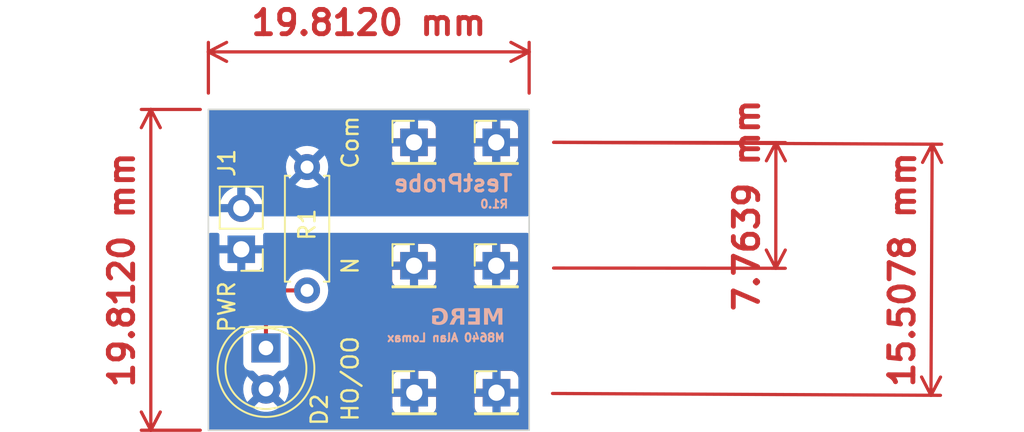
<source format=kicad_pcb>
(kicad_pcb (version 20221018) (generator pcbnew)
  (layers (0 "F.Cu" signal) (31 "B.Cu" signal) (34 "B.Paste" user) (35 "F.Paste" user) (36 "B.SilkS" user "B.Silkscreen") (37 "F.SilkS" user "F.Silkscreen") (38 "B.Mask" user) (39 "F.Mask" user) (44 "Edge.Cuts" user))
  (net 0 "")
  (net 1 "Net-(D2-KA)")
  (net 2 "Track+")
  (net 3 "Track-")
  (footprint "Resistor_THT:R_Axial_DIN0207_L6.3mm_D2.5mm_P7.62mm_Horizontal" (layer "F.Cu") (at 147.828 49.784 -90)
    (fp_text reference "R1" (at 3.556 0 -90) (layer "F.SilkS"))
    (fp_text value "1K")
    (fp_line (start 0.54 -1.37) (end 7.08 -1.37) (stroke (width 0.12)) (layer "F.SilkS"))
    (fp_line (start 0.54 -1.04) (end 0.54 -1.37) (stroke (width 0.12)) (layer "F.SilkS"))
    (fp_line (start 0.54 1.04) (end 0.54 1.37) (stroke (width 0.12)) (layer "F.SilkS"))
    (fp_line (start 0.54 1.37) (end 7.08 1.37) (stroke (width 0.12)) (layer "F.SilkS"))
    (fp_line (start 7.08 -1.37) (end 7.08 -1.04) (stroke (width 0.12)) (layer "F.SilkS"))
    (fp_line (start 7.08 1.37) (end 7.08 1.04) (stroke (width 0.12)) (layer "F.SilkS"))
    (pad "1" thru_hole circle (at 0 0 270) (size 1.6 1.6) (drill 0.8) (layers "*.Cu" "*.Mask") (net 2 "Track+"))
    (pad "2" thru_hole oval (at 7.62 0 270) (size 1.6 1.6) (drill 0.8) (layers "*.Cu" "*.Mask") (net 1 "Net-(D2-KA)"))
  )
  (footprint "Connector_PinHeader_2.54mm:PinHeader_1x01_P2.54mm_Vertical" (layer "F.Cu") (at 154.432 48.26)
    (fp_text reference "J2-1" hide)
    (fp_text value "Com" (at -3.937 0 90) (layer "F.SilkS"))
    (fp_line (start -1.33 -1.33) (end 0 -1.33) (stroke (width 0.12)) (layer "F.SilkS"))
    (fp_line (start -1.33 0) (end -1.33 -1.33) (stroke (width 0.12)) (layer "F.SilkS"))
    (fp_line (start -1.33 1.27) (end -1.33 1.33) (stroke (width 0.12)) (layer "F.SilkS"))
    (fp_line (start -1.33 1.27) (end 1.33 1.27) (stroke (width 0.12)) (layer "F.SilkS"))
    (fp_line (start -1.33 1.33) (end 1.33 1.33) (stroke (width 0.12)) (layer "F.SilkS"))
    (fp_line (start 1.33 1.27) (end 1.33 1.33) (stroke (width 0.12)) (layer "F.SilkS"))
    (pad "1" thru_hole rect (at 0 0) (size 1.7 1.7) (drill 1) (layers "*.Cu" "*.Mask") (net 2 "Track+"))
  )
  (footprint "Connector_PinHeader_2.54mm:PinHeader_1x01_P2.54mm_Vertical" (layer "F.Cu") (at 154.432 55.88)
    (fp_text reference "J3-1" hide)
    (fp_text value "N" (at -3.937 0 90) (layer "F.SilkS"))
    (fp_line (start -1.33 -1.33) (end 0 -1.33) (stroke (width 0.12)) (layer "F.SilkS"))
    (fp_line (start -1.33 0) (end -1.33 -1.33) (stroke (width 0.12)) (layer "F.SilkS"))
    (fp_line (start -1.33 1.27) (end -1.33 1.33) (stroke (width 0.12)) (layer "F.SilkS"))
    (fp_line (start -1.33 1.27) (end 1.33 1.27) (stroke (width 0.12)) (layer "F.SilkS"))
    (fp_line (start -1.33 1.33) (end 1.33 1.33) (stroke (width 0.12)) (layer "F.SilkS"))
    (fp_line (start 1.33 1.27) (end 1.33 1.33) (stroke (width 0.12)) (layer "F.SilkS"))
    (pad "1" thru_hole rect (at 0 0) (size 1.7 1.7) (drill 1) (layers "*.Cu" "*.Mask") (net 3 "Track-"))
  )
  (footprint "Connector_PinHeader_2.54mm:PinHeader_1x01_P2.54mm_Vertical" (layer "F.Cu") (at 159.512 55.88)
    (fp_text reference "J3-2" hide)
    (fp_text value "Conn_01x01" hide)
    (fp_line (start -1.33 -1.33) (end 0 -1.33) (stroke (width 0.12)) (layer "F.SilkS"))
    (fp_line (start -1.33 0) (end -1.33 -1.33) (stroke (width 0.12)) (layer "F.SilkS"))
    (fp_line (start -1.33 1.27) (end -1.33 1.33) (stroke (width 0.12)) (layer "F.SilkS"))
    (fp_line (start -1.33 1.27) (end 1.33 1.27) (stroke (width 0.12)) (layer "F.SilkS"))
    (fp_line (start -1.33 1.33) (end 1.33 1.33) (stroke (width 0.12)) (layer "F.SilkS"))
    (fp_line (start 1.33 1.27) (end 1.33 1.33) (stroke (width 0.12)) (layer "F.SilkS"))
    (pad "1" thru_hole rect (at 0 0) (size 1.7 1.7) (drill 1) (layers "*.Cu" "*.Mask") (net 3 "Track-"))
  )
  (footprint "Connector_PinHeader_2.54mm:PinHeader_1x02_P2.54mm_Vertical" (layer "F.Cu") (at 143.764 54.864 180)
    (fp_text reference "J1" (at 0.889 5.334 90) (layer "F.SilkS"))
    (fp_text value "Conn_01x02" hide)
    (fp_line (start -1.33 -1.33) (end 0 -1.33) (stroke (width 0.12)) (layer "F.SilkS"))
    (fp_line (start -1.33 0) (end -1.33 -1.33) (stroke (width 0.12)) (layer "F.SilkS"))
    (fp_line (start -1.33 1.27) (end -1.33 3.87) (stroke (width 0.12)) (layer "F.SilkS"))
    (fp_line (start -1.33 1.27) (end 1.33 1.27) (stroke (width 0.12)) (layer "F.SilkS"))
    (fp_line (start -1.33 3.87) (end 1.33 3.87) (stroke (width 0.12)) (layer "F.SilkS"))
    (fp_line (start 1.33 1.27) (end 1.33 3.87) (stroke (width 0.12)) (layer "F.SilkS"))
    (pad "1" thru_hole rect (at 0 0 180) (size 1.7 1.7) (drill 1) (layers "*.Cu" "*.Mask") (net 3 "Track-"))
    (pad "2" thru_hole oval (at 0 2.54 180) (size 1.7 1.7) (drill 1) (layers "*.Cu" "*.Mask") (net 2 "Track+"))
  )
  (footprint "Connector_PinHeader_2.54mm:PinHeader_1x01_P2.54mm_Vertical" (layer "F.Cu") (at 159.512 48.26)
    (fp_text reference "J2-2" hide)
    (fp_text value "Conn_01x01" hide)
    (fp_line (start -1.33 -1.33) (end 0 -1.33) (stroke (width 0.12)) (layer "F.SilkS"))
    (fp_line (start -1.33 0) (end -1.33 -1.33) (stroke (width 0.12)) (layer "F.SilkS"))
    (fp_line (start -1.33 1.27) (end -1.33 1.33) (stroke (width 0.12)) (layer "F.SilkS"))
    (fp_line (start -1.33 1.27) (end 1.33 1.27) (stroke (width 0.12)) (layer "F.SilkS"))
    (fp_line (start -1.33 1.33) (end 1.33 1.33) (stroke (width 0.12)) (layer "F.SilkS"))
    (fp_line (start 1.33 1.27) (end 1.33 1.33) (stroke (width 0.12)) (layer "F.SilkS"))
    (pad "1" thru_hole rect (at 0 0) (size 1.7 1.7) (drill 1) (layers "*.Cu" "*.Mask") (net 2 "Track+"))
  )
  (footprint "Connector_PinHeader_2.54mm:PinHeader_1x01_P2.54mm_Vertical" (layer "F.Cu") (at 159.527905 63.723297)
    (fp_text reference "J4-2" hide)
    (fp_text value "Conn_01x01" hide)
    (fp_line (start -1.33 -1.33) (end 0 -1.33) (stroke (width 0.12)) (layer "F.SilkS"))
    (fp_line (start -1.33 0) (end -1.33 -1.33) (stroke (width 0.12)) (layer "F.SilkS"))
    (fp_line (start -1.33 1.27) (end -1.33 1.33) (stroke (width 0.12)) (layer "F.SilkS"))
    (fp_line (start -1.33 1.27) (end 1.33 1.27) (stroke (width 0.12)) (layer "F.SilkS"))
    (fp_line (start -1.33 1.33) (end 1.33 1.33) (stroke (width 0.12)) (layer "F.SilkS"))
    (fp_line (start 1.33 1.27) (end 1.33 1.33) (stroke (width 0.12)) (layer "F.SilkS"))
    (pad "1" thru_hole rect (at 0 0) (size 1.7 1.7) (drill 1) (layers "*.Cu" "*.Mask") (net 3 "Track-"))
  )
  (footprint "LED_THT:LED_D5.0mm" (layer "F.Cu") (at 145.288 60.96 -90)
    (fp_text reference "D2" (at 3.81 -3.302 90) (layer "F.SilkS"))
    (fp_text value "PWR" (at -2.54 2.413 90) (layer "F.SilkS"))
    (fp_line (start -1.29 -1.545) (end -1.29 1.545) (stroke (width 0.12)) (layer "F.SilkS"))
    (fp_arc (start -1.29 -1.54483) (mid 2.072002 -2.880433) (end 4.26 0.000462) (stroke (width 0.12)) (layer "F.SilkS"))
    (fp_arc (start 4.26 -0.000462) (mid 2.072002 2.880433) (end -1.29 1.54483) (stroke (width 0.12)) (layer "F.SilkS"))
    (fp_circle (center 1.27 0) (end 3.77 0) (stroke (width 0.12)) (fill none) (layer "F.SilkS"))
    (pad "1" thru_hole rect (at 0 0 270) (size 1.8 1.8) (drill 0.9) (layers "*.Cu" "*.Mask") (net 1 "Net-(D2-KA)"))
    (pad "2" thru_hole circle (at 2.54 0 270) (size 1.8 1.8) (drill 0.9) (layers "*.Cu" "*.Mask") (net 3 "Track-"))
  )
  (footprint "Connector_PinHeader_2.54mm:PinHeader_1x01_P2.54mm_Vertical" (layer "F.Cu") (at 154.447905 63.723297)
    (fp_text reference "J4-1" hide)
    (fp_text value "HO/OO" (at -3.952905 -0.858297 90) (layer "F.SilkS"))
    (fp_line (start -1.33 -1.33) (end 0 -1.33) (stroke (width 0.12)) (layer "F.SilkS"))
    (fp_line (start -1.33 0) (end -1.33 -1.33) (stroke (width 0.12)) (layer "F.SilkS"))
    (fp_line (start -1.33 1.27) (end -1.33 1.33) (stroke (width 0.12)) (layer "F.SilkS"))
    (fp_line (start -1.33 1.27) (end 1.33 1.27) (stroke (width 0.12)) (layer "F.SilkS"))
    (fp_line (start -1.33 1.33) (end 1.33 1.33) (stroke (width 0.12)) (layer "F.SilkS"))
    (fp_line (start 1.33 1.27) (end 1.33 1.33) (stroke (width 0.12)) (layer "F.SilkS"))
    (pad "1" thru_hole rect (at 0 0) (size 1.7 1.7) (drill 1) (layers "*.Cu" "*.Mask") (net 3 "Track-"))
  )
  (gr_poly (pts (xy 141.732 46.228) (xy 161.544 46.228) (xy 161.544 66.04) (xy 141.732 66.04)) (stroke (width 0.1)) (fill none) (layer "Edge.Cuts"))
  (gr_text "MERG" (at 160.02 59.69) (layer "B.SilkS") (effects (font (size 1 1) (thickness 0.25) bold) (justify left bottom mirror)))
  (gr_text "TestProbe" (at 156.845 50.8) (layer "B.SilkS") (effects (font (size 1 1) (thickness 0.2)) (justify mirror)))
  (gr_text "R1.0" (at 159.385 52.07) (layer "B.SilkS") (effects (font (size 0.5 0.5) (thickness 0.125)) (justify mirror)))
  (gr_text "M8640 Alan Lomax " (at 156.21 60.325) (layer "B.SilkS") (effects (font (size 0.5 0.5) (thickness 0.125)) (justify mirror)))
  (dimension (type aligned) (layer "F.Cu") (pts (xy 141.732 45.72) (xy 161.544 45.72)) (height -3.048) (gr_text "19.8120 mm" (at 151.638 40.872) (layer "F.Cu") (effects (font (size 1.5 1.5) (thickness 0.3)))) (format (prefix "") (suffix "") (units 3) (units_format 1) (precision 4)) (style (thickness 0.2) (arrow_length 1.27) (text_position_mode 0) (extension_height 0.58642) (extension_offset 0.5) keep_text_aligned))
  (dimension (type aligned) (layer "F.Cu") (pts (xy 141.732 46.228) (xy 141.732 66.04)) (height 3.556) (gr_text "19.8120 mm" (at 136.376 56.134 90) (layer "F.Cu") (effects (font (size 1.5 1.5) (thickness 0.3)))) (format (prefix "") (suffix "") (units 3) (units_format 1) (precision 4)) (style (thickness 0.2) (arrow_length 1.27) (text_position_mode 0) (extension_height 0.58642) (extension_offset 0.5) keep_text_aligned))
  (dimension (type aligned) (layer "F.Cu") (pts (xy 162.56 48.26) (xy 162.552697 56.023848)) (height -14.224) (gr_text "7.7639 mm" (at 174.980343 52.153611 89.94609783) (layer "F.Cu") (effects (font (size 1.5 1.5) (thickness 0.3)))) (format (prefix "") (suffix "") (units 3) (units_format 1) (precision 4)) (style (thickness 0.2) (arrow_length 1.27) (text_position_mode 0) (extension_height 0.58642) (extension_offset 0.5) keep_text_aligned))
  (dimension (type aligned) (layer "F.Cu") (pts (xy 162.56 48.26) (xy 162.486094 63.767658)) (height -23.876) (gr_text "15.5078 mm" (at 184.598796 56.119037 89.72694331) (layer "F.Cu") (effects (font (size 1.5 1.5) (thickness 0.3)))) (format (prefix "") (suffix "") (units 3) (units_format 1) (precision 4)) (style (thickness 0.2) (arrow_length 1.27) (text_position_mode 0) (extension_height 0.58642) (extension_offset 0.5) keep_text_aligned))
  (segment (start 147.828 57.404) (end 145.796 57.404) (width 0.25) (layer "F.Cu") (net 1))
  (segment (start 145.796 57.404) (end 145.288 57.912) (width 0.25) (layer "F.Cu") (net 1))
  (segment (start 145.288 57.912) (end 145.288 60.96) (width 0.25) (layer "F.Cu") (net 1))
  (segment (start 145.511297 63.723297) (end 145.288 63.5) (width 0.2) (layer "F.Cu") (net 3))
  (segment (start 154.447905 55.895905) (end 154.432 55.88) (width 0.2) (layer "F.Cu") (net 3))
  (segment (start 159.527905 55.895905) (end 159.512 55.88) (width 0.2) (layer "F.Cu") (net 3))
  (zone (net 2) (net_name "Track+") (layer "F.Cu") (priority 2) (connect_pads (clearance 0.5)) (min_thickness 0.25) (fill yes (thermal_gap 0.5) (thermal_bridge_width 0.5) (island_removal_mode 1) (island_area_min 10))
    (polygon (pts (xy 151.384 46.355) (xy 161.29 46.355) (xy 161.29 50.165) (xy 151.384 50.165)))
  )
  (zone (net 3) (net_name "Track-") (layer "F.Cu") (priority 2) (connect_pads (clearance 0.5)) (min_thickness 0.25) (fill yes (thermal_gap 0.5) (thermal_bridge_width 0.5) (island_removal_mode 1) (island_area_min 10))
    (polygon (pts (xy 151.384 53.975) (xy 161.29 53.975) (xy 161.29 57.785) (xy 151.384 57.785)))
  )
  (zone (net 3) (net_name "Track-") (layer "F.Cu") (priority 2) (connect_pads (clearance 0.5)) (min_thickness 0.25) (fill yes (thermal_gap 0.5) (thermal_bridge_width 0.5) (island_removal_mode 1) (island_area_min 10))
    (polygon (pts (xy 151.399905 61.595) (xy 161.051905 61.595) (xy 161.051905 65.405) (xy 151.399905 65.405)))
  )
  (zone (net 3) (net_name "Track-") (layer "B.Cu") (priority 1) (connect_pads (clearance 0.5)) (min_thickness 0.25) (fill yes (thermal_gap 0.5) (thermal_bridge_width 0.5))
    (polygon (pts (xy 141.732 53.848) (xy 161.544 53.848) (xy 161.544 66.04) (xy 141.732 66.04)))
  )
  (zone (net 2) (net_name "Track+") (layer "B.Cu") (connect_pads (clearance 0.5)) (min_thickness 0.25) (fill yes (thermal_gap 0.5) (thermal_bridge_width 0.5) (island_removal_mode 1) (island_area_min 10))
    (polygon (pts (xy 141.732 52.832) (xy 141.732 46.228) (xy 161.544 46.228) (xy 161.544 52.832) (xy 149.86 52.832)))
  )
)
</source>
